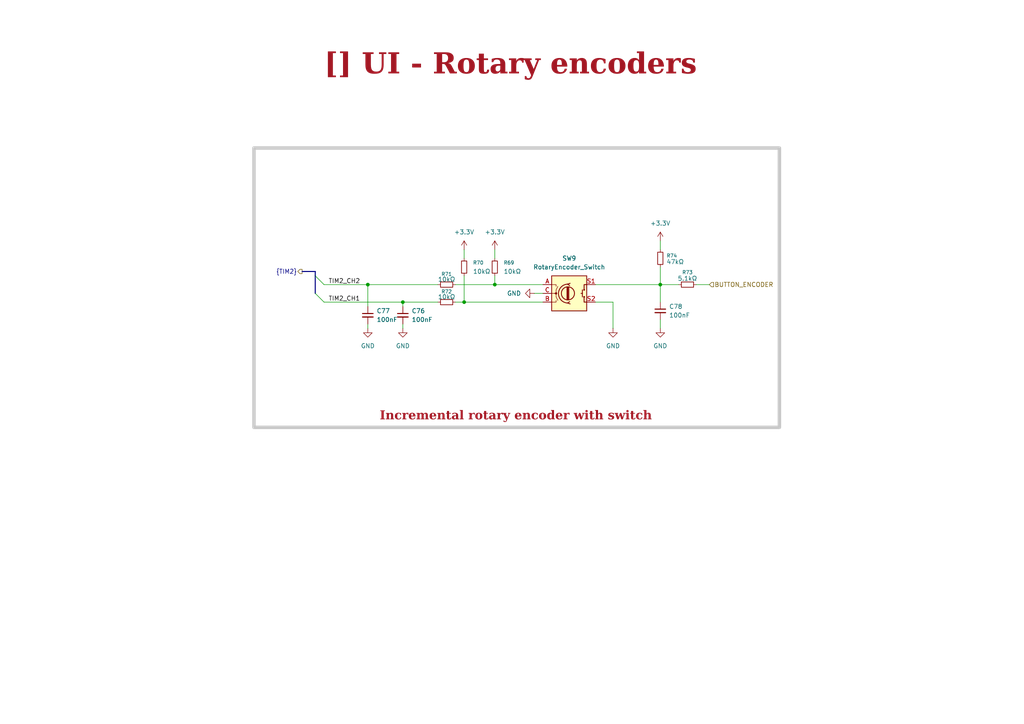
<source format=kicad_sch>
(kicad_sch (version 20250114) (generator "eeschema") (generator_version "9.0")
  (paper "A4")
  (title_block (title "UI - Rotary encoders") (rev "${REVISION}") (company "${COMPANY}"))
  (lib_symbols
    (symbol "0_capacitors:CL05B104KO5NNNC" (pin_numbers (hide yes)) (pin_names (offset 0.254) (hide yes))
      (property "Reference" "C" (at 0.254 1.778 0))
      (property "Value" "100nF" (at 0.254 -2.032 0))
      (symbol "CL05B104KO5NNNC_0_1"
        (polyline (pts (xy -1.524 0.508) (xy 1.524 0.508)) (stroke (width 0.3048)))
        (polyline (pts (xy -1.524 -0.508) (xy 1.524 -0.508)) (stroke (width 0.3302)))
      )
      (symbol "CL05B104KO5NNNC_1_1"
        (pin passive line (at 0 2.54 270) (length 2.032) (name "~") (number "1"))
        (pin passive line (at 0 -2.54 90) (length 2.032) (name "~") (number "2"))
      )
    )
    (symbol "0_modules:RotaryEncoder_Switch" (pin_names (offset 0.254) (hide yes))
      (property "Reference" "SW" (at 0 6.604 0))
      (property "Value" "RotaryEncoder_Switch" (at 0 -6.604 0))
      (symbol "RotaryEncoder_Switch_0_1"
        (rectangle (start -5.08 5.08) (end 5.08 -5.08) (stroke (width 0.254)) (fill (type background)))
        (polyline (pts (xy -5.08 2.54) (xy -3.81 2.54) (xy -3.81 2.032)))
        (polyline (pts (xy -5.08 0) (xy -3.81 0) (xy -3.81 -1.016) (xy -3.302 -2.032)))
        (polyline (pts (xy -5.08 -2.54) (xy -3.81 -2.54) (xy -3.81 -2.032)))
        (polyline (pts (xy -4.318 0) (xy -3.81 0) (xy -3.81 1.016) (xy -3.302 2.032)))
        (circle (center -3.81 0) (radius 0.254) (fill (type outline)))
        (polyline (pts (xy -0.635 -1.778) (xy -0.635 1.778)) (stroke (width 0.254)))
        (circle (center -0.381 0) (radius 1.905) (stroke (width 0.254)))
        (polyline (pts (xy -0.381 -1.778) (xy -0.381 1.778)) (stroke (width 0.254)))
        (arc (start -0.381 -2.794) (mid -3.0988 -0.0635) (end -0.381 2.667) (stroke (width 0.254)))
        (polyline (pts (xy -0.127 1.778) (xy -0.127 -1.778)) (stroke (width 0.254)))
        (polyline (pts (xy 0.254 2.921) (xy -0.508 2.667) (xy 0.127 2.286)) (stroke (width 0.254)))
        (polyline (pts (xy 0.254 -3.048) (xy -0.508 -2.794) (xy 0.127 -2.413)) (stroke (width 0.254)))
        (polyline (pts (xy 3.81 1.016) (xy 3.81 -1.016)) (stroke (width 0.254)))
        (polyline (pts (xy 3.81 0) (xy 3.429 0)) (stroke (width 0.254)))
        (circle (center 4.318 1.016) (radius 0.127) (stroke (width 0.254)))
        (circle (center 4.318 -1.016) (radius 0.127) (stroke (width 0.254)))
        (polyline (pts (xy 5.08 2.54) (xy 4.318 2.54) (xy 4.318 1.016)) (stroke (width 0.254)))
        (polyline (pts (xy 5.08 -2.54) (xy 4.318 -2.54) (xy 4.318 -1.016)) (stroke (width 0.254)))
      )
      (symbol "RotaryEncoder_Switch_1_1"
        (pin passive line (at -7.62 2.54 0) (length 2.54) (name "A") (number "A"))
        (pin passive line (at -7.62 0 0) (length 2.54) (name "C") (number "C"))
        (pin passive line (at -7.62 -2.54 0) (length 2.54) (name "B") (number "B"))
        (pin passive line (at 7.62 2.54 180) (length 2.54) (name "S1") (number "S1"))
        (pin passive line (at 7.62 -2.54 180) (length 2.54) (name "S2") (number "S2"))
      )
    )
    (symbol "0_resistors:0402WGF1002TCE" (pin_numbers (hide yes)) (pin_names (offset 0.254) (hide yes))
      (property "Reference" "R" (at 0 0 90))
      (property "Value" "10kΩ" (at 1.778 0 90))
      (symbol "0402WGF1002TCE_0_1"
        (rectangle (start -0.762 1.778) (end 0.762 -1.778) (stroke (width 0.2032)))
      )
      (symbol "0402WGF1002TCE_1_1"
        (pin passive line (at 0 2.54 270) (length 0.762) (name "~") (number "1"))
        (pin passive line (at 0 -2.54 90) (length 0.762) (name "~") (number "2"))
      )
    )
    (symbol "0_resistors:0402WGF4702TCE" (pin_numbers (hide yes)) (pin_names (offset 0.254) (hide yes))
      (property "Reference" "R" (at 0 0 90))
      (property "Value" "47kΩ" (at 1.778 0 90))
      (symbol "0402WGF4702TCE_0_1"
        (rectangle (start -0.762 1.778) (end 0.762 -1.778) (stroke (width 0.2032)))
      )
      (symbol "0402WGF4702TCE_1_1"
        (pin passive line (at 0 2.54 270) (length 0.762) (name "~") (number "1"))
        (pin passive line (at 0 -2.54 90) (length 0.762) (name "~") (number "2"))
      )
    )
    (symbol "0_resistors:0402WGF5101TCE" (pin_numbers (hide yes)) (pin_names (offset 0.254) (hide yes))
      (property "Reference" "R" (at 0 0 90))
      (property "Value" "5.1kΩ" (at 1.778 0 90))
      (symbol "0402WGF5101TCE_0_1"
        (rectangle (start -0.762 1.778) (end 0.762 -1.778) (stroke (width 0.2032)))
      )
      (symbol "0402WGF5101TCE_1_1"
        (pin passive line (at 0 2.54 270) (length 0.762) (name "~") (number "1"))
        (pin passive line (at 0 -2.54 90) (length 0.762) (name "~") (number "2"))
      )
    )
    (symbol "power:+3.3V" (power) (pin_numbers (hide yes)) (pin_names (offset 0) (hide yes))
      (property "Value" "+3.3V" (at 0 3.556 0))
      (symbol "+3.3V_0_1"
        (polyline (pts (xy -0.762 1.27) (xy 0 2.54)))
        (polyline (pts (xy 0 2.54) (xy 0.762 1.27)))
        (polyline (pts (xy 0 0) (xy 0 2.54)))
      )
      (symbol "+3.3V_1_1"
        (pin power_in line (at 0 0 90) (length 0) (name "~") (number "1"))
      )
    )
    (symbol "power:GND" (power) (pin_numbers (hide yes)) (pin_names (offset 0) (hide yes))
      (property "Value" "GND" (at 0 -3.81 0))
      (symbol "GND_0_1"
        (polyline (pts (xy 0 0) (xy 0 -1.27) (xy 1.27 -1.27) (xy 0 -2.54) (xy -1.27 -1.27) (xy 0 -1.27)))
      )
      (symbol "GND_1_1"
        (pin power_in line (at 0 0 270) (length 0) (name "~") (number "1"))
      )
    )
  )
  (rectangle (start 73.66 42.926) (end 226.06 123.952) (stroke (width 1) (color 200 200 200 1)))
  (text_box "Incremental rotary encoder with switch" (at 73.406 111.252 0) (size 152.4 12.7) (margins 1.9049 1.9049 1.9049 1.9049) (stroke (width -0.0001)) (effects (font (size 2.54 2.54) (thickness 0.508) (bold yes)) (justify bottom)))
  (text_box "[${#}] ${TITLE}" (at 12.192 12.446 0) (size 271.78 12.7) (margins 4.4999 4.4999 4.4999 4.4999) (stroke (width -0.0001)) (effects (font (size 6 6) (thickness 1.2) (bold yes))))
  (junction (at 106.68 82.55))
  (junction (at 116.84 87.63))
  (junction (at 191.516 82.55))
  (junction (at 134.62 87.63))
  (junction (at 143.51 82.55))
  (bus_entry (at 93.98 87.63) (size -2.54 -2.54))
  (bus_entry (at 93.98 82.55) (size -2.54 -2.54))
  (wire (pts (xy 134.62 87.63) (xy 157.48 87.63)))
  (bus (pts (xy 91.44 78.74) (xy 87.63 78.74)))
  (wire (pts (xy 201.93 82.55) (xy 205.74 82.55)))
  (wire (pts (xy 127 82.55) (xy 106.68 82.55)))
  (wire (pts (xy 116.84 87.63) (xy 116.84 88.9)))
  (wire (pts (xy 191.516 77.47) (xy 191.516 82.55)))
  (bus (pts (xy 91.44 78.74) (xy 91.44 80.01)))
  (wire (pts (xy 93.98 82.55) (xy 106.68 82.55)))
  (wire (pts (xy 191.516 82.55) (xy 191.516 87.63)))
  (wire (pts (xy 132.08 82.55) (xy 143.51 82.55)))
  (wire (pts (xy 154.94 85.09) (xy 157.48 85.09)))
  (wire (pts (xy 191.516 82.55) (xy 196.85 82.55)))
  (wire (pts (xy 172.72 82.55) (xy 191.516 82.55)))
  (wire (pts (xy 191.516 92.71) (xy 191.516 95.25)))
  (wire (pts (xy 143.51 80.01) (xy 143.51 82.55)))
  (wire (pts (xy 177.8 87.63) (xy 177.8 95.25)))
  (wire (pts (xy 134.62 72.39) (xy 134.62 74.93)))
  (wire (pts (xy 143.51 82.55) (xy 157.48 82.55)))
  (wire (pts (xy 106.68 93.98) (xy 106.68 95.25)))
  (wire (pts (xy 93.98 87.63) (xy 116.84 87.63)))
  (wire (pts (xy 106.68 82.55) (xy 106.68 88.9)))
  (wire (pts (xy 143.51 72.39) (xy 143.51 74.93)))
  (wire (pts (xy 191.516 69.85) (xy 191.516 72.39)))
  (wire (pts (xy 116.84 87.63) (xy 127 87.63)))
  (wire (pts (xy 132.08 87.63) (xy 134.62 87.63)))
  (wire (pts (xy 134.62 80.01) (xy 134.62 87.63)))
  (bus (pts (xy 91.44 80.01) (xy 91.44 85.09)))
  (wire (pts (xy 172.72 87.63) (xy 177.8 87.63)))
  (wire (pts (xy 116.84 93.98) (xy 116.84 95.25)))
  (label "TIM2_CH2" (at 95.25 82.55 0))
  (label "TIM2_CH1" (at 95.25 87.63 0))
  (hierarchical_label "BUTTON_ENCODER" (shape input) (at 205.74 82.55 0))
  (hierarchical_label "{TIM2}" (shape output) (at 87.63 78.74 180))
  (symbol (lib_id "0_capacitors:CL05B104KO5NNNC") (at 116.84 91.44 0) (unit 1)
    (property "Reference" "C76" (at 119.38 90.1763 0) (effects (justify left)))
    (property "Value" "100nF" (at 119.38 92.7163 0) (effects (justify left)))
    (property "Footprint" "0_capacitors:C_0402_1005Metric" (effects (hide yes)))
    (property "Description" "Unpolarized capacitor, small symbol" (effects (hide yes)))
    (property "Supplier 1" "JLCPCB" (effects (hide yes)))
    (property "Supplier Part Number 1" "C1525" (effects (hide yes)))
  )
  (symbol (lib_id "0_resistors:0402WGF1002TCE") (at 129.54 87.63 90) (unit 1)
    (property "Reference" "R72" (at 129.54 84.582 90) (effects (font (size 1.016 1.016))))
    (property "Value" "10kΩ" (at 129.54 86.106 90))
    (property "Footprint" "0_resistors:R_0402_1005Metric" (effects (hide yes)))
    (property "Description" "50V ±100ppm/℃ ±1% 10kΩ 0402" (effects (hide yes)))
    (property "Supplier 1" "JLCPCB" (effects (hide yes)))
    (property "Supplier Part Number 1" "C25744" (effects (hide yes)))
  )
  (symbol (lib_id "power:GND") (at 177.8 95.25 0) (unit 1)
    (property "Reference" "#PWR0131" (effects (hide yes)))
    (property "Value" "GND" (at 177.8 100.33 0))
    (property "Description" "Power symbol creates a global label with name \"GND\" , ground" (effects (hide yes)))
  )
  (symbol (lib_id "0_capacitors:CL05B104KO5NNNC") (at 106.68 91.44 0) (unit 1)
    (property "Reference" "C77" (at 109.22 90.1763 0) (effects (justify left)))
    (property "Value" "100nF" (at 109.22 92.7163 0) (effects (justify left)))
    (property "Footprint" "0_capacitors:C_0402_1005Metric" (effects (hide yes)))
    (property "Description" "Unpolarized capacitor, small symbol" (effects (hide yes)))
    (property "Supplier 1" "JLCPCB" (effects (hide yes)))
    (property "Supplier Part Number 1" "C1525" (effects (hide yes)))
  )
  (symbol (lib_id "power:GND") (at 154.94 85.09 270) (unit 1)
    (property "Reference" "#PWR0133" (effects (hide yes)))
    (property "Value" "GND" (at 151.13 85.09 90) (effects (justify right)))
    (property "Description" "Power symbol creates a global label with name \"GND\" , ground" (effects (hide yes)))
  )
  (symbol (lib_id "power:GND") (at 116.84 95.25 0) (unit 1)
    (property "Reference" "#PWR0143" (effects (hide yes)))
    (property "Value" "GND" (at 116.84 100.33 0))
    (property "Description" "Power symbol creates a global label with name \"GND\" , ground" (effects (hide yes)))
  )
  (symbol (lib_id "0_resistors:0402WGF5101TCE") (at 199.39 82.55 270) (unit 1)
    (property "Reference" "R73" (at 199.39 78.994 90) (effects (font (size 1.016 1.016))))
    (property "Value" "5.1kΩ" (at 199.39 80.772 90))
    (property "Footprint" "0_resistors:R_0402_1005Metric" (effects (hide yes)))
    (property "Description" "50V ±100ppm/℃ ±1% 5.1kΩ 0402" (effects (hide yes)))
    (property "Supplier 1" "JLCPCB" (effects (hide yes)))
    (property "Supplier Part Number 1" "C25905" (effects (hide yes)))
  )
  (symbol (lib_id "0_modules:RotaryEncoder_Switch") (at 165.1 85.09 0) (unit 1)
    (property "Reference" "SW9" (at 165.1 74.93 0))
    (property "Value" "RotaryEncoder_Switch" (at 165.1 77.47 0))
    (property "Footprint" "Connector_JST:JST_PH_B5B-PH-K_1x05_P2.00mm_Vertical" (effects (hide yes)))
    (property "Description" "Rotary encoder, dual channel, incremental quadrate outputs, with switch" (effects (hide yes)))
    (property "Supplier 1" "JLCPCB" (effects (hide yes)))
    (property "Supplier Part Number 1" "C157993" (effects (hide yes)))
  )
  (symbol (lib_id "power:+3.3V") (at 191.516 69.85 0) (unit 1)
    (property "Reference" "#PWR0119" (effects (hide yes)))
    (property "Value" "+3.3V" (at 191.516 64.77 0))
    (property "Description" "Power symbol creates a global label with name \"+3.3V\"" (effects (hide yes)))
  )
  (symbol (lib_id "0_resistors:0402WGF1002TCE") (at 134.62 77.47 0) (unit 1)
    (property "Reference" "R70" (at 137.16 76.2 0) (effects (font (size 1.016 1.016)) (justify left)))
    (property "Value" "10kΩ" (at 137.16 78.74 0) (effects (justify left)))
    (property "Footprint" "0_resistors:R_0402_1005Metric" (effects (hide yes)))
    (property "Description" "50V ±100ppm/℃ ±1% 10kΩ 0402" (effects (hide yes)))
    (property "Supplier 1" "JLCPCB" (effects (hide yes)))
    (property "Supplier Part Number 1" "C25744" (effects (hide yes)))
  )
  (symbol (lib_id "0_resistors:0402WGF1002TCE") (at 143.51 77.47 0) (unit 1)
    (property "Reference" "R69" (at 146.05 76.2 0) (effects (font (size 1.016 1.016)) (justify left)))
    (property "Value" "10kΩ" (at 146.05 78.74 0) (effects (justify left)))
    (property "Footprint" "0_resistors:R_0402_1005Metric" (effects (hide yes)))
    (property "Description" "50V ±100ppm/℃ ±1% 10kΩ 0402" (effects (hide yes)))
    (property "Supplier 1" "JLCPCB" (effects (hide yes)))
    (property "Supplier Part Number 1" "C25744" (effects (hide yes)))
  )
  (symbol (lib_id "power:GND") (at 191.516 95.25 0) (unit 1)
    (property "Reference" "#PWR0120" (effects (hide yes)))
    (property "Value" "GND" (at 191.516 100.33 0))
    (property "Description" "Power symbol creates a global label with name \"GND\" , ground" (effects (hide yes)))
  )
  (symbol (lib_id "power:GND") (at 106.68 95.25 0) (unit 1)
    (property "Reference" "#PWR0144" (effects (hide yes)))
    (property "Value" "GND" (at 106.68 100.33 0))
    (property "Description" "Power symbol creates a global label with name \"GND\" , ground" (effects (hide yes)))
  )
  (symbol (lib_id "0_resistors:0402WGF1002TCE") (at 129.54 82.55 90) (unit 1)
    (property "Reference" "R71" (at 129.54 79.502 90) (effects (font (size 1.016 1.016))))
    (property "Value" "10kΩ" (at 129.54 81.026 90))
    (property "Footprint" "0_resistors:R_0402_1005Metric" (effects (hide yes)))
    (property "Description" "50V ±100ppm/℃ ±1% 10kΩ 0402" (effects (hide yes)))
    (property "Supplier 1" "JLCPCB" (effects (hide yes)))
    (property "Supplier Part Number 1" "C25744" (effects (hide yes)))
  )
  (symbol (lib_id "power:+3.3V") (at 134.62 72.39 0) (unit 1)
    (property "Reference" "#PWR0141" (effects (hide yes)))
    (property "Value" "+3.3V" (at 134.62 67.31 0))
    (property "Description" "Power symbol creates a global label with name \"+3.3V\"" (effects (hide yes)))
  )
  (symbol (lib_id "0_resistors:0402WGF4702TCE") (at 191.516 74.93 0) (unit 1)
    (property "Reference" "R74" (at 193.294 74.168 0) (effects (font (size 1.016 1.016)) (justify left)))
    (property "Value" "47kΩ" (at 193.294 75.946 0) (effects (justify left)))
    (property "Footprint" "0_resistors:R_0402_1005Metric" (effects (hide yes)))
    (property "Description" "50V ±100ppm/℃ ±1% 47kΩ 0402" (effects (hide yes)))
    (property "Supplier 1" "JLCPCB" (effects (hide yes)))
    (property "Supplier Part Number 1" "C25792" (effects (hide yes)))
  )
  (symbol (lib_id "0_capacitors:CL05B104KO5NNNC") (at 191.516 90.17 0) (unit 1)
    (property "Reference" "C78" (at 194.056 88.9063 0) (effects (justify left)))
    (property "Value" "100nF" (at 194.056 91.4463 0) (effects (justify left)))
    (property "Footprint" "0_capacitors:C_0402_1005Metric" (effects (hide yes)))
    (property "Description" "Unpolarized capacitor, small symbol" (effects (hide yes)))
    (property "Supplier 1" "JLCPCB" (effects (hide yes)))
    (property "Supplier Part Number 1" "C1525" (effects (hide yes)))
  )
  (symbol (lib_id "power:+3.3V") (at 143.51 72.39 0) (unit 1)
    (property "Reference" "#PWR0142" (effects (hide yes)))
    (property "Value" "+3.3V" (at 143.51 67.31 0))
    (property "Description" "Power symbol creates a global label with name \"+3.3V\"" (effects (hide yes)))
  )
)
</source>
